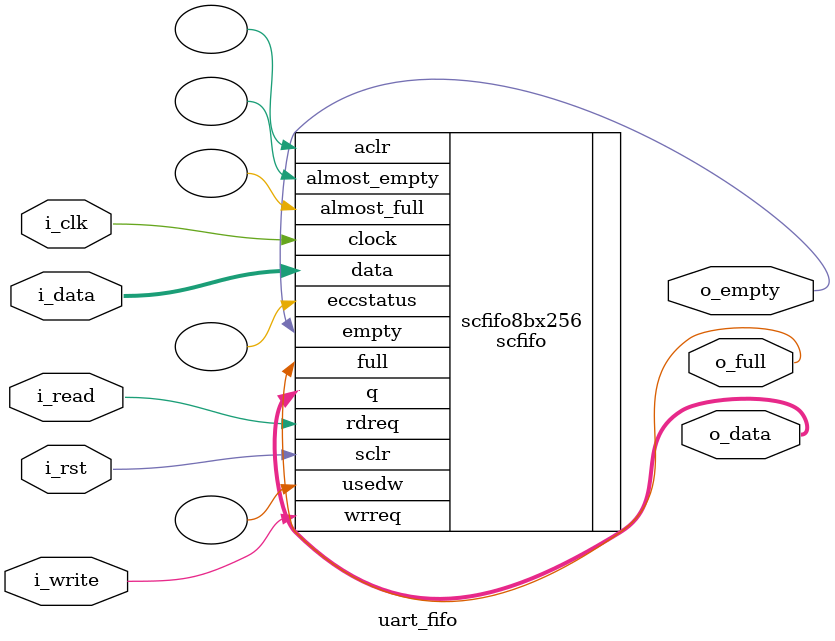
<source format=v>
`timescale 1ns/1ns

module uart_fifo (
  //  sys
  input         i_clk,  i_rst,
  //  input data
  input   [7:0] i_data,
  input         i_write,
  //  output data
  output  [7:0] o_data,
  input         i_read,
  //  control signals
  output        o_empty,  o_full
);

scfifo scfifo8bx256(
  .sclr   (i_rst),
  .clock  (i_clk),
  .data   (i_data),
  .wrreq  (i_write),
  .q      (o_data),
  .rdreq  (i_read),
  .empty  (o_empty),
  .full   (o_full),
  .aclr   (),
  .usedw  (),
  .eccstatus(),
  .almost_full(),
  .almost_empty()
);
defparam
  scfifo8bx256.add_ram_output_register  = "ON",
  scfifo8bx256.enable_ecc  = "FALSE",
  scfifo8bx256.intended_device_family  = "Cyclone V",
  scfifo8bx256.lpm_numwords  = 256,
  scfifo8bx256.lpm_showahead  = "ON",
  scfifo8bx256.lpm_type  = "scfifo",
  scfifo8bx256.lpm_width  = 8,
  scfifo8bx256.lpm_widthu  = 8,
  scfifo8bx256.overflow_checking  = "ON",
  scfifo8bx256.underflow_checking  = "ON",
  scfifo8bx256.use_eab  = "ON";

endmodule

</source>
